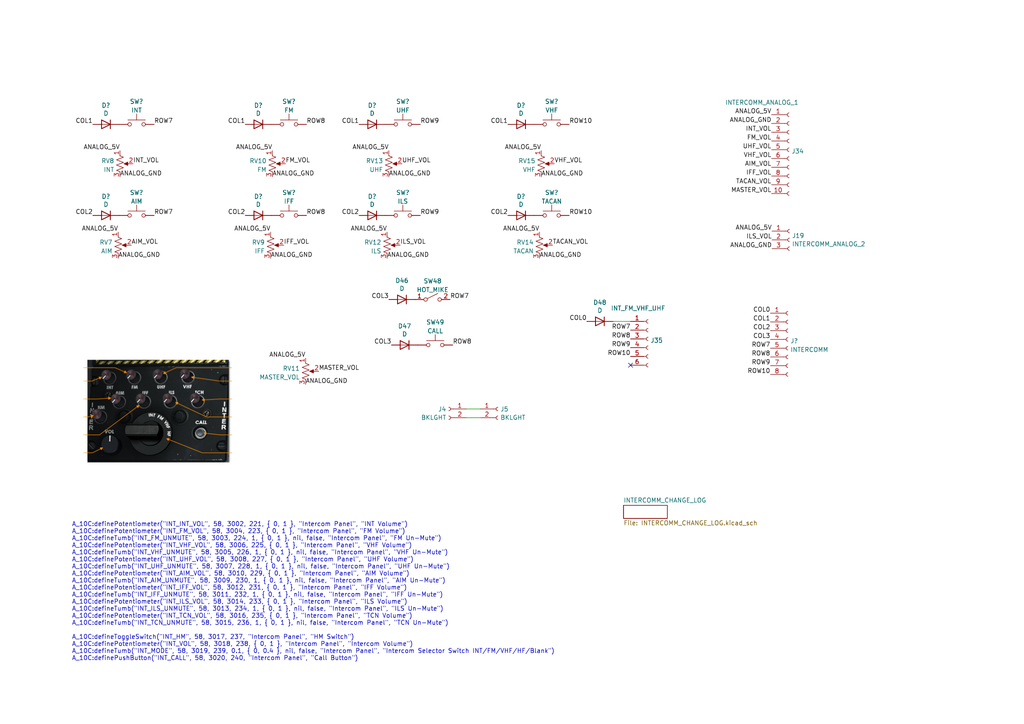
<source format=kicad_sch>
(kicad_sch (version 20230121) (generator eeschema)
  (paper "A4")
  (lib_symbols
    (symbol "Connector:Conn_01x02_Socket" (pin_names (offset 1.016) hide)
      (property "Reference" "J" (at 0 2.54 0))
      (property "Value" "Conn_01x02_Socket" (at 0 -5.08 0))
      (symbol "Conn_01x02_Socket_1_1"
        (arc (start 0 -2.032) (mid -0.5058 -2.54) (end 0 -3.048) (stroke (width 0.1524)))
        (polyline (pts (xy -1.27 -2.54) (xy -0.508 -2.54)) (stroke (width 0.1524)))
        (polyline (pts (xy -1.27 0) (xy -0.508 0)) (stroke (width 0.1524)))
        (arc (start 0 0.508) (mid -0.5058 0) (end 0 -0.508) (stroke (width 0.1524)))
        (pin passive line (at -5.08 0 0) (length 3.81) (name "Pin_1") (number "1"))
        (pin passive line (at -5.08 -2.54 0) (length 3.81) (name "Pin_2") (number "2"))
      )
    )
    (symbol "Connector:Conn_01x03_Socket" (pin_names (offset 1.016) hide)
      (property "Reference" "J" (at 0 5.08 0))
      (property "Value" "Conn_01x03_Socket" (at 0 -5.08 0))
      (symbol "Conn_01x03_Socket_1_1"
        (arc (start 0 -2.032) (mid -0.5058 -2.54) (end 0 -3.048) (stroke (width 0.1524)))
        (polyline (pts (xy -1.27 -2.54) (xy -0.508 -2.54)) (stroke (width 0.1524)))
        (polyline (pts (xy -1.27 0) (xy -0.508 0)) (stroke (width 0.1524)))
        (polyline (pts (xy -1.27 2.54) (xy -0.508 2.54)) (stroke (width 0.1524)))
        (arc (start 0 0.508) (mid -0.5058 0) (end 0 -0.508) (stroke (width 0.1524)))
        (arc (start 0 3.048) (mid -0.5058 2.54) (end 0 2.032) (stroke (width 0.1524)))
        (pin passive line (at -5.08 2.54 0) (length 3.81) (name "Pin_1") (number "1"))
        (pin passive line (at -5.08 0 0) (length 3.81) (name "Pin_2") (number "2"))
        (pin passive line (at -5.08 -2.54 0) (length 3.81) (name "Pin_3") (number "3"))
      )
    )
    (symbol "Connector:Conn_01x06_Female" (pin_names (offset 1.016) hide)
      (property "Reference" "J" (at 0 7.62 0))
      (property "Value" "Conn_01x06_Female" (at 0 -10.16 0))
      (symbol "Conn_01x06_Female_1_1"
        (arc (start 0 -7.112) (mid -0.5058 -7.62) (end 0 -8.128) (stroke (width 0.1524)))
        (arc (start 0 -4.572) (mid -0.5058 -5.08) (end 0 -5.588) (stroke (width 0.1524)))
        (arc (start 0 -2.032) (mid -0.5058 -2.54) (end 0 -3.048) (stroke (width 0.1524)))
        (polyline (pts (xy -1.27 -7.62) (xy -0.508 -7.62)) (stroke (width 0.1524)))
        (polyline (pts (xy -1.27 -5.08) (xy -0.508 -5.08)) (stroke (width 0.1524)))
        (polyline (pts (xy -1.27 -2.54) (xy -0.508 -2.54)) (stroke (width 0.1524)))
        (polyline (pts (xy -1.27 0) (xy -0.508 0)) (stroke (width 0.1524)))
        (polyline (pts (xy -1.27 2.54) (xy -0.508 2.54)) (stroke (width 0.1524)))
        (polyline (pts (xy -1.27 5.08) (xy -0.508 5.08)) (stroke (width 0.1524)))
        (arc (start 0 0.508) (mid -0.5058 0) (end 0 -0.508) (stroke (width 0.1524)))
        (arc (start 0 3.048) (mid -0.5058 2.54) (end 0 2.032) (stroke (width 0.1524)))
        (arc (start 0 5.588) (mid -0.5058 5.08) (end 0 4.572) (stroke (width 0.1524)))
        (pin passive line (at -5.08 5.08 0) (length 3.81) (name "Pin_1") (number "1"))
        (pin passive line (at -5.08 2.54 0) (length 3.81) (name "Pin_2") (number "2"))
        (pin passive line (at -5.08 0 0) (length 3.81) (name "Pin_3") (number "3"))
        (pin passive line (at -5.08 -2.54 0) (length 3.81) (name "Pin_4") (number "4"))
        (pin passive line (at -5.08 -5.08 0) (length 3.81) (name "Pin_5") (number "5"))
        (pin passive line (at -5.08 -7.62 0) (length 3.81) (name "Pin_6") (number "6"))
      )
    )
    (symbol "Connector:Conn_01x08_Female" (pin_names (offset 1.016) hide)
      (property "Reference" "J" (at 0 10.16 0))
      (property "Value" "Conn_01x08_Female" (at 0 -12.7 0))
      (symbol "Conn_01x08_Female_1_1"
        (arc (start 0 -9.652) (mid -0.5058 -10.16) (end 0 -10.668) (stroke (width 0.1524)))
        (arc (start 0 -7.112) (mid -0.5058 -7.62) (end 0 -8.128) (stroke (width 0.1524)))
        (arc (start 0 -4.572) (mid -0.5058 -5.08) (end 0 -5.588) (stroke (width 0.1524)))
        (arc (start 0 -2.032) (mid -0.5058 -2.54) (end 0 -3.048) (stroke (width 0.1524)))
        (polyline (pts (xy -1.27 -10.16) (xy -0.508 -10.16)) (stroke (width 0.1524)))
        (polyline (pts (xy -1.27 -7.62) (xy -0.508 -7.62)) (stroke (width 0.1524)))
        (polyline (pts (xy -1.27 -5.08) (xy -0.508 -5.08)) (stroke (width 0.1524)))
        (polyline (pts (xy -1.27 -2.54) (xy -0.508 -2.54)) (stroke (width 0.1524)))
        (polyline (pts (xy -1.27 0) (xy -0.508 0)) (stroke (width 0.1524)))
        (polyline (pts (xy -1.27 2.54) (xy -0.508 2.54)) (stroke (width 0.1524)))
        (polyline (pts (xy -1.27 5.08) (xy -0.508 5.08)) (stroke (width 0.1524)))
        (polyline (pts (xy -1.27 7.62) (xy -0.508 7.62)) (stroke (width 0.1524)))
        (arc (start 0 0.508) (mid -0.5058 0) (end 0 -0.508) (stroke (width 0.1524)))
        (arc (start 0 3.048) (mid -0.5058 2.54) (end 0 2.032) (stroke (width 0.1524)))
        (arc (start 0 5.588) (mid -0.5058 5.08) (end 0 4.572) (stroke (width 0.1524)))
        (arc (start 0 8.128) (mid -0.5058 7.62) (end 0 7.112) (stroke (width 0.1524)))
        (pin passive line (at -5.08 7.62 0) (length 3.81) (name "Pin_1") (number "1"))
        (pin passive line (at -5.08 5.08 0) (length 3.81) (name "Pin_2") (number "2"))
        (pin passive line (at -5.08 2.54 0) (length 3.81) (name "Pin_3") (number "3"))
        (pin passive line (at -5.08 0 0) (length 3.81) (name "Pin_4") (number "4"))
        (pin passive line (at -5.08 -2.54 0) (length 3.81) (name "Pin_5") (number "5"))
        (pin passive line (at -5.08 -5.08 0) (length 3.81) (name "Pin_6") (number "6"))
        (pin passive line (at -5.08 -7.62 0) (length 3.81) (name "Pin_7") (number "7"))
        (pin passive line (at -5.08 -10.16 0) (length 3.81) (name "Pin_8") (number "8"))
      )
    )
    (symbol "Connector:Conn_01x10_Female" (pin_names (offset 1.016) hide)
      (property "Reference" "J" (at 0 12.7 0))
      (property "Value" "Conn_01x10_Female" (at 0 -15.24 0))
      (symbol "Conn_01x10_Female_1_1"
        (arc (start 0 -12.192) (mid -0.5058 -12.7) (end 0 -13.208) (stroke (width 0.1524)))
        (arc (start 0 -9.652) (mid -0.5058 -10.16) (end 0 -10.668) (stroke (width 0.1524)))
        (arc (start 0 -7.112) (mid -0.5058 -7.62) (end 0 -8.128) (stroke (width 0.1524)))
        (arc (start 0 -4.572) (mid -0.5058 -5.08) (end 0 -5.588) (stroke (width 0.1524)))
        (arc (start 0 -2.032) (mid -0.5058 -2.54) (end 0 -3.048) (stroke (width 0.1524)))
        (polyline (pts (xy -1.27 -12.7) (xy -0.508 -12.7)) (stroke (width 0.1524)))
        (polyline (pts (xy -1.27 -10.16) (xy -0.508 -10.16)) (stroke (width 0.1524)))
        (polyline (pts (xy -1.27 -7.62) (xy -0.508 -7.62)) (stroke (width 0.1524)))
        (polyline (pts (xy -1.27 -5.08) (xy -0.508 -5.08)) (stroke (width 0.1524)))
        (polyline (pts (xy -1.27 -2.54) (xy -0.508 -2.54)) (stroke (width 0.1524)))
        (polyline (pts (xy -1.27 0) (xy -0.508 0)) (stroke (width 0.1524)))
        (polyline (pts (xy -1.27 2.54) (xy -0.508 2.54)) (stroke (width 0.1524)))
        (polyline (pts (xy -1.27 5.08) (xy -0.508 5.08)) (stroke (width 0.1524)))
        (polyline (pts (xy -1.27 7.62) (xy -0.508 7.62)) (stroke (width 0.1524)))
        (polyline (pts (xy -1.27 10.16) (xy -0.508 10.16)) (stroke (width 0.1524)))
        (arc (start 0 0.508) (mid -0.5058 0) (end 0 -0.508) (stroke (width 0.1524)))
        (arc (start 0 3.048) (mid -0.5058 2.54) (end 0 2.032) (stroke (width 0.1524)))
        (arc (start 0 5.588) (mid -0.5058 5.08) (end 0 4.572) (stroke (width 0.1524)))
        (arc (start 0 8.128) (mid -0.5058 7.62) (end 0 7.112) (stroke (width 0.1524)))
        (arc (start 0 10.668) (mid -0.5058 10.16) (end 0 9.652) (stroke (width 0.1524)))
        (pin passive line (at -5.08 10.16 0) (length 3.81) (name "Pin_1") (number "1"))
        (pin passive line (at -5.08 -12.7 0) (length 3.81) (name "Pin_10") (number "10"))
        (pin passive line (at -5.08 7.62 0) (length 3.81) (name "Pin_2") (number "2"))
        (pin passive line (at -5.08 5.08 0) (length 3.81) (name "Pin_3") (number "3"))
        (pin passive line (at -5.08 2.54 0) (length 3.81) (name "Pin_4") (number "4"))
        (pin passive line (at -5.08 0 0) (length 3.81) (name "Pin_5") (number "5"))
        (pin passive line (at -5.08 -2.54 0) (length 3.81) (name "Pin_6") (number "6"))
        (pin passive line (at -5.08 -5.08 0) (length 3.81) (name "Pin_7") (number "7"))
        (pin passive line (at -5.08 -7.62 0) (length 3.81) (name "Pin_8") (number "8"))
        (pin passive line (at -5.08 -10.16 0) (length 3.81) (name "Pin_9") (number "9"))
      )
    )
    (symbol "Device:D" (pin_numbers hide) (pin_names (offset 1.016) hide)
      (property "Reference" "D" (at 0 2.54 0))
      (property "Value" "D" (at 0 -2.54 0))
      (symbol "D_0_1"
        (polyline (pts (xy -1.27 1.27) (xy -1.27 -1.27)) (stroke (width 0.254)))
        (polyline (pts (xy 1.27 0) (xy -1.27 0)))
        (polyline (pts (xy 1.27 1.27) (xy 1.27 -1.27) (xy -1.27 0) (xy 1.27 1.27)) (stroke (width 0.254)))
      )
      (symbol "D_1_1"
        (pin passive line (at -3.81 0 0) (length 2.54) (name "K") (number "1"))
        (pin passive line (at 3.81 0 180) (length 2.54) (name "A") (number "2"))
      )
    )
    (symbol "Device:R_Potentiometer_US" (pin_names (offset 1.016) hide)
      (property "Reference" "RV" (at -4.445 0 90))
      (property "Value" "R_Potentiometer_US" (at -2.54 0 90))
      (symbol "R_Potentiometer_US_0_1"
        (polyline (pts (xy 0 -2.286) (xy 0 -2.54)))
        (polyline (pts (xy 0 2.54) (xy 0 2.286)))
        (polyline (pts (xy 2.54 0) (xy 1.524 0)))
        (polyline (pts (xy 1.143 0) (xy 2.286 0.508) (xy 2.286 -0.508) (xy 1.143 0)) (fill (type outline)))
        (polyline (pts (xy 0 -0.762) (xy 1.016 -1.143) (xy 0 -1.524) (xy -1.016 -1.905) (xy 0 -2.286)))
        (polyline (pts (xy 0 0.762) (xy 1.016 0.381) (xy 0 0) (xy -1.016 -0.381) (xy 0 -0.762)))
        (polyline (pts (xy 0 2.286) (xy 1.016 1.905) (xy 0 1.524) (xy -1.016 1.143) (xy 0 0.762)))
      )
      (symbol "R_Potentiometer_US_1_1"
        (pin passive line (at 0 3.81 270) (length 1.27) (name "1") (number "1"))
        (pin passive line (at 3.81 0 180) (length 1.27) (name "2") (number "2"))
        (pin passive line (at 0 -3.81 90) (length 1.27) (name "3") (number "3"))
      )
    )
    (symbol "Switch:SW_Push" (pin_numbers hide) (pin_names (offset 1.016) hide)
      (property "Reference" "SW" (at 1.27 2.54 0))
      (property "Value" "SW_Push" (at 0 -1.524 0))
      (symbol "SW_Push_0_1"
        (circle (center -2.032 0) (radius 0.508))
        (polyline (pts (xy 0 1.27) (xy 0 3.048)))
        (polyline (pts (xy 2.54 1.27) (xy -2.54 1.27)))
        (circle (center 2.032 0) (radius 0.508))
        (pin passive line (at -5.08 0 0) (length 2.54) (name "1") (number "1"))
        (pin passive line (at 5.08 0 180) (length 2.54) (name "2") (number "2"))
      )
    )
    (symbol "Switch:SW_SPST" (pin_names (offset 0) hide)
      (property "Reference" "SW" (at 0 3.175 0))
      (property "Value" "SW_SPST" (at 0 -2.54 0))
      (symbol "SW_SPST_0_0"
        (circle (center -2.032 0) (radius 0.508))
        (polyline (pts (xy -1.524 0.254) (xy 1.524 1.778)))
        (circle (center 2.032 0) (radius 0.508))
      )
      (symbol "SW_SPST_1_1"
        (pin passive line (at -5.08 0 0) (length 2.54) (name "A") (number "1"))
        (pin passive line (at 5.08 0 180) (length 2.54) (name "B") (number "2"))
      )
    )
  )
  (no_connect (at 182.88 105.918))
  (wire (pts (xy 177.8 93.218) (xy 182.88 93.218)))
  (wire (pts (xy 135.255 118.618) (xy 139.319 118.618)))
  (wire (pts (xy 135.255 121.158) (xy 139.319 121.158)))
  (image (at 45.72 118.872) (scale 1.70514))
  (text "A_10C:definePotentiometer(\"INT_INT_VOL\", 58, 3002, 221, { 0, 1 }, \"Intercom Panel\", \"INT Volume\")\nA_10C:definePotentiometer(\"INT_FM_VOL\", 58, 3004, 223, { 0, 1 }, \"Intercom Panel\", \"FM Volume\")\nA_10C:defineTumb(\"INT_FM_UNMUTE\", 58, 3003, 224, 1, { 0, 1 }, nil, false, \"Intercom Panel\", \"FM Un-Mute\")\nA_10C:definePotentiometer(\"INT_VHF_VOL\", 58, 3006, 225, { 0, 1 }, \"Intercom Panel\", \"VHF Volume\")\nA_10C:defineTumb(\"INT_VHF_UNMUTE\", 58, 3005, 226, 1, { 0, 1 }, nil, false, \"Intercom Panel\", \"VHF Un-Mute\")\nA_10C:definePotentiometer(\"INT_UHF_VOL\", 58, 3008, 227, { 0, 1 }, \"Intercom Panel\", \"UHF Volume\")\nA_10C:defineTumb(\"INT_UHF_UNMUTE\", 58, 3007, 228, 1, { 0, 1 }, nil, false, \"Intercom Panel\", \"UHF Un-Mute\")\nA_10C:definePotentiometer(\"INT_AIM_VOL\", 58, 3010, 229, { 0, 1 }, \"Intercom Panel\", \"AIM Volume\")\nA_10C:defineTumb(\"INT_AIM_UNMUTE\", 58, 3009, 230, 1, { 0, 1 }, nil, false, \"Intercom Panel\", \"AIM Un-Mute\")\nA_10C:definePotentiometer(\"INT_IFF_VOL\", 58, 3012, 231, { 0, 1 }, \"Intercom Panel\", \"IFF Volume\")\nA_10C:defineTumb(\"INT_IFF_UNMUTE\", 58, 3011, 232, 1, { 0, 1 }, nil, false, \"Intercom Panel\", \"IFF Un-Mute\")\nA_10C:definePotentiometer(\"INT_ILS_VOL\", 58, 3014, 233, { 0, 1 }, \"Intercom Panel\", \"ILS Volume\")\nA_10C:defineTumb(\"INT_ILS_UNMUTE\", 58, 3013, 234, 1, { 0, 1 }, nil, false, \"Intercom Panel\", \"ILS Un-Mute\")\nA_10C:definePotentiometer(\"INT_TCN_VOL\", 58, 3016, 235, { 0, 1 }, \"Intercom Panel\", \"TCN Volume\")\nA_10C:defineTumb(\"INT_TCN_UNMUTE\", 58, 3015, 236, 1, { 0, 1 }, nil, false, \"Intercom Panel\", \"TCN Un-Mute\")\n\nA_10C:defineToggleSwitch(\"INT_HM\", 58, 3017, 237, \"Intercom Panel\", \"HM Switch\")\nA_10C:definePotentiometer(\"INT_VOL\", 58, 3018, 238, { 0, 1 }, \"Intercom Panel\", \"Intercom Volume\")\nA_10C:defineTumb(\"INT_MODE\", 58, 3019, 239, 0.1, { 0, 0.4 }, nil, false, \"Intercom Panel\", \"Intercom Selector Switch INT/FM/VHF/HF/Blank\")\nA_10C:definePushButton(\"INT_CALL\", 58, 3020, 240, \"Intercom Panel\", \"Call Button\")\n" (at 20.828 191.77 0) (effects (font (size 1.27 1.27)) (justify left bottom)))
  (label "COL3" (at 113.538 100.076 180))
  (label "FM_VOL" (at 82.804 47.498 0))
  (label "ROW9" (at 182.88 100.838 180))
  (label "ANALOG_GND" (at 223.901 72.1106 180))
  (label "ROW7" (at 130.556 86.868 0))
  (label "COL1" (at 71.12 36.068 180))
  (label "ROW10" (at 223.4438 108.6104 180))
  (label "TACAN_VOL" (at 223.774 53.594 180))
  (label "VHF_VOL" (at 160.782 47.498 0))
  (label "ROW9" (at 121.92 62.484 0))
  (label "ROW10" (at 165.1 36.068 0))
  (label "ANALOG_GND" (at 78.994 51.308 0))
  (label "ANALOG_5V" (at 88.646 103.886 180))
  (label "ANALOG_GND" (at 34.29 74.93 0))
  (label "INT_VOL" (at 38.608 47.498 0))
  (label "ANALOG_5V" (at 34.798 43.688 180))
  (label "ANALOG_GND" (at 156.972 51.308 0))
  (label "ROW7" (at 44.704 36.068 0))
  (label "MASTER_VOL" (at 223.774 56.134 180))
  (label "ROW8" (at 182.88 98.298 180))
  (label "COL3" (at 112.776 86.868 180))
  (label "ANALOG_5V" (at 112.268 67.31 180))
  (label "ANALOG_GND" (at 34.798 51.308 0))
  (label "ANALOG_GND" (at 156.464 74.93 0))
  (label "COL1" (at 147.32 36.068 180))
  (label "ANALOG_5V" (at 223.774 33.274 180))
  (label "MASTER_VOL" (at 92.456 107.696 0))
  (label "ANALOG_5V" (at 34.29 67.31 180))
  (label "ANALOG_5V" (at 156.972 43.688 180))
  (label "COL2" (at 26.924 62.484 180))
  (label "ROW8" (at 88.9 62.484 0))
  (label "COL2" (at 104.14 62.484 180))
  (label "COL2" (at 71.12 62.484 180))
  (label "INT_VOL" (at 223.774 38.354 180))
  (label "ANALOG_5V" (at 223.901 67.0306 180))
  (label "TACAN_VOL" (at 160.274 71.12 0))
  (label "AIM_VOL" (at 223.774 48.514 180))
  (label "IFF_VOL" (at 82.296 71.12 0))
  (label "COL1" (at 223.4438 93.3704 180))
  (label "COL2" (at 147.32 62.484 180))
  (label "ANALOG_5V" (at 78.994 43.688 180))
  (label "ANALOG_GND" (at 88.646 111.506 0))
  (label "ANALOG_5V" (at 112.776 43.688 180))
  (label "ROW9" (at 223.4438 106.0704 180))
  (label "COL3" (at 223.4438 98.4504 180))
  (label "ANALOG_5V" (at 156.464 67.31 180))
  (label "COL0" (at 170.18 93.218 180))
  (label "ANALOG_GND" (at 78.486 74.93 0))
  (label "AIM_VOL" (at 38.1 71.12 0))
  (label "ANALOG_GND" (at 223.774 35.814 180))
  (label "FM_VOL" (at 223.774 40.894 180))
  (label "ROW10" (at 182.88 103.378 180))
  (label "ROW8" (at 88.9 36.068 0))
  (label "ROW9" (at 121.92 36.068 0))
  (label "IFF_VOL" (at 223.774 51.054 180))
  (label "ROW7" (at 182.88 95.758 180))
  (label "ROW10" (at 165.1 62.484 0))
  (label "ROW7" (at 44.704 62.484 0))
  (label "ILS_VOL" (at 116.078 71.12 0))
  (label "ROW7" (at 223.4438 100.9904 180))
  (label "ROW8" (at 223.4438 103.5304 180))
  (label "VHF_VOL" (at 223.774 45.974 180))
  (label "UHF_VOL" (at 116.586 47.498 0))
  (label "ANALOG_GND" (at 112.268 74.93 0))
  (label "COL0" (at 223.4438 90.8304 180))
  (label "COL1" (at 104.14 36.068 180))
  (label "COL2" (at 223.4438 95.9104 180))
  (label "ANALOG_GND" (at 112.776 51.308 0))
  (label "ILS_VOL" (at 223.901 69.5706 180))
  (label "ANALOG_5V" (at 78.486 67.31 180))
  (label "UHF_VOL" (at 223.774 43.434 180))
  (label "ROW8" (at 131.318 100.076 0))
  (label "COL1" (at 26.924 36.068 180))
  (symbol (lib_id "Switch:SW_Push") (at 39.624 62.484 0) (unit 1)
    (property "Reference" "SW?" (at 39.624 55.8632 0))
    (property "Value" "AIM" (at 39.624 58.4001 0))
    (property "Footprint" "Connector_Molex:Molex_KK-254_AE-6410-02A_1x02_P2.54mm_Vertical" (effects hide))
  )
  (symbol (lib_id "Device:R_Potentiometer_US") (at 88.646 107.696 0) (unit 1)
    (property "Reference" "RV11" (at 86.995 106.8613 0) (effects (justify right)))
    (property "Value" "MASTER_VOL" (at 86.995 109.3982 0) (effects (justify right)))
  )
  (symbol (lib_id "Switch:SW_Push") (at 83.82 36.068 0) (unit 1)
    (property "Reference" "SW?" (at 83.82 29.4472 0))
    (property "Value" "FM" (at 83.82 31.9841 0))
    (property "Footprint" "Connector_Molex:Molex_KK-254_AE-6410-02A_1x02_P2.54mm_Vertical" (effects hide))
  )
  (symbol (lib_id "Switch:SW_Push") (at 160.02 62.484 0) (unit 1)
    (property "Reference" "SW?" (at 160.02 55.8632 0))
    (property "Value" "TACAN" (at 160.02 58.4001 0))
    (property "Footprint" "Connector_Molex:Molex_KK-254_AE-6410-02A_1x02_P2.54mm_Vertical" (effects hide))
  )
  (symbol (lib_id "Connector:Conn_01x02_Socket") (at 130.175 118.618 0) (mirror y) (unit 1)
    (property "Reference" "J4" (at 129.4638 118.6759 0) (effects (justify left)))
    (property "Value" "BKLGHT" (at 129.4638 121.1001 0) (effects (justify left)))
    (property "Footprint" "Connector_Molex:Molex_KK-254_AE-6410-02A_1x02_P2.54mm_Vertical" (effects hide))
    (instances (project "VHF-AM" (path "" (reference "J4") (unit 1))) (project "Left Console Overview" (path "" (reference "J38") (unit 1)) (path "" (reference "J42") (unit 1)) (path "" (reference "J45") (unit 1))))
  )
  (symbol (lib_id "Switch:SW_SPST") (at 125.476 86.868 0) (unit 1)
    (property "Reference" "SW48" (at 125.476 81.5172 0))
    (property "Value" "HOT_MIKE" (at 125.476 84.0541 0))
  )
  (symbol (lib_id "Device:R_Potentiometer_US") (at 156.464 71.12 0) (unit 1)
    (property "Reference" "RV14" (at 154.813 70.2853 0) (effects (justify right)))
    (property "Value" "TACAN" (at 154.813 72.8222 0) (effects (justify right)))
  )
  (symbol (lib_id "Device:R_Potentiometer_US") (at 156.972 47.498 0) (unit 1)
    (property "Reference" "RV15" (at 155.321 46.6633 0) (effects (justify right)))
    (property "Value" "VHF" (at 155.321 49.2002 0) (effects (justify right)))
  )
  (symbol (lib_id "Switch:SW_Push") (at 116.84 62.484 0) (unit 1)
    (property "Reference" "SW?" (at 116.84 55.8632 0))
    (property "Value" "ILS" (at 116.84 58.4001 0))
    (property "Footprint" "Connector_Molex:Molex_KK-254_AE-6410-02A_1x02_P2.54mm_Vertical" (effects hide))
  )
  (symbol (lib_id "Device:R_Potentiometer_US") (at 34.798 47.498 0) (unit 1)
    (property "Reference" "RV8" (at 33.1471 46.6633 0) (effects (justify right)))
    (property "Value" "INT" (at 33.1471 49.2002 0) (effects (justify right)))
  )
  (symbol (lib_id "Connector:Conn_01x02_Socket") (at 144.399 118.618 0) (unit 1)
    (property "Reference" "J5" (at 145.1102 118.6759 0) (effects (justify left)))
    (property "Value" "BKLGHT" (at 145.1102 121.1001 0) (effects (justify left)))
    (property "Footprint" "Connector_Molex:Molex_KK-254_AE-6410-02A_1x02_P2.54mm_Vertical" (effects hide))
    (instances (project "VHF-AM" (path "" (reference "J5") (unit 1))) (project "Left Console Overview" (path "" (reference "J39") (unit 1)) (path "" (reference "J43") (unit 1)) (path "" (reference "J46") (unit 1))))
  )
  (symbol (lib_id "Device:D") (at 117.348 100.076 0) (mirror y) (unit 1)
    (property "Reference" "D47" (at 117.348 94.5896 0))
    (property "Value" "D" (at 117.348 96.901 0))
    (property "Footprint" "Diode_THT:D_A-405_P7.62mm_Horizontal" (effects hide))
  )
  (symbol (lib_id "Device:D") (at 107.95 36.068 0) (mirror y) (unit 1)
    (property "Reference" "D?" (at 107.95 30.5816 0))
    (property "Value" "D" (at 107.95 32.893 0))
    (property "Footprint" "Diode_THT:D_A-405_P7.62mm_Horizontal" (effects hide))
  )
  (symbol (lib_id "Device:D") (at 107.95 62.484 0) (mirror y) (unit 1)
    (property "Reference" "D?" (at 107.95 56.9976 0))
    (property "Value" "D" (at 107.95 59.309 0))
    (property "Footprint" "Diode_THT:D_A-405_P7.62mm_Horizontal" (effects hide))
  )
  (symbol (lib_id "Switch:SW_Push") (at 126.238 100.076 0) (unit 1)
    (property "Reference" "SW49" (at 126.238 93.4552 0))
    (property "Value" "CALL" (at 126.238 95.9921 0))
    (property "Footprint" "Connector_Molex:Molex_KK-254_AE-6410-02A_1x02_P2.54mm_Vertical" (effects hide))
  )
  (symbol (lib_id "Device:R_Potentiometer_US") (at 78.994 47.498 0) (unit 1)
    (property "Reference" "RV10" (at 77.3431 46.6633 0) (effects (justify right)))
    (property "Value" "FM" (at 77.3431 49.2002 0) (effects (justify right)))
  )
  (symbol (lib_id "Switch:SW_Push") (at 83.82 62.484 0) (unit 1)
    (property "Reference" "SW?" (at 83.82 55.8632 0))
    (property "Value" "IFF" (at 83.82 58.4001 0))
    (property "Footprint" "Connector_Molex:Molex_KK-254_AE-6410-02A_1x02_P2.54mm_Vertical" (effects hide))
  )
  (symbol (lib_id "Device:D") (at 30.734 62.484 0) (mirror y) (unit 1)
    (property "Reference" "D?" (at 30.734 56.9976 0))
    (property "Value" "D" (at 30.734 59.309 0))
    (property "Footprint" "Diode_THT:D_A-405_P7.62mm_Horizontal" (effects hide))
  )
  (symbol (lib_id "Device:R_Potentiometer_US") (at 78.486 71.12 0) (unit 1)
    (property "Reference" "RV9" (at 76.8351 70.2853 0) (effects (justify right)))
    (property "Value" "IFF" (at 76.8351 72.8222 0) (effects (justify right)))
  )
  (symbol (lib_id "Device:D") (at 74.93 36.068 0) (mirror y) (unit 1)
    (property "Reference" "D?" (at 74.93 30.5816 0))
    (property "Value" "D" (at 74.93 32.893 0))
    (property "Footprint" "Diode_THT:D_A-405_P7.62mm_Horizontal" (effects hide))
  )
  (symbol (lib_id "Switch:SW_Push") (at 116.84 36.068 0) (unit 1)
    (property "Reference" "SW?" (at 116.84 29.4472 0))
    (property "Value" "UHF" (at 116.84 31.9841 0))
    (property "Footprint" "Connector_Molex:Molex_KK-254_AE-6410-02A_1x02_P2.54mm_Vertical" (effects hide))
  )
  (symbol (lib_id "Device:D") (at 30.734 36.068 0) (mirror y) (unit 1)
    (property "Reference" "D?" (at 30.734 30.5816 0))
    (property "Value" "D" (at 30.734 32.893 0))
    (property "Footprint" "Diode_THT:D_A-405_P7.62mm_Horizontal" (effects hide))
  )
  (symbol (lib_id "Device:R_Potentiometer_US") (at 112.776 47.498 0) (unit 1)
    (property "Reference" "RV13" (at 111.1251 46.6633 0) (effects (justify right)))
    (property "Value" "UHF" (at 111.1251 49.2002 0) (effects (justify right)))
  )
  (symbol (lib_id "Device:R_Potentiometer_US") (at 34.29 71.12 0) (unit 1)
    (property "Reference" "RV7" (at 32.6391 70.2853 0) (effects (justify right)))
    (property "Value" "AIM" (at 32.6391 72.8222 0) (effects (justify right)))
  )
  (symbol (lib_id "Connector:Conn_01x08_Female") (at 228.5238 98.4504 0) (unit 1)
    (property "Reference" "J?" (at 229.235 98.8857 0) (effects (justify left)))
    (property "Value" "INTERCOMM" (at 229.235 101.4226 0) (effects (justify left)))
  )
  (symbol (lib_id "Switch:SW_Push") (at 160.02 36.068 0) (unit 1)
    (property "Reference" "SW?" (at 160.02 29.4472 0))
    (property "Value" "VHF" (at 160.02 31.9841 0))
    (property "Footprint" "Connector_Molex:Molex_KK-254_AE-6410-02A_1x02_P2.54mm_Vertical" (effects hide))
  )
  (symbol (lib_id "Device:D") (at 151.13 36.068 0) (mirror y) (unit 1)
    (property "Reference" "D?" (at 151.13 30.5816 0))
    (property "Value" "D" (at 151.13 32.893 0))
    (property "Footprint" "Diode_THT:D_A-405_P7.62mm_Horizontal" (effects hide))
  )
  (symbol (lib_id "Device:R_Potentiometer_US") (at 112.268 71.12 0) (unit 1)
    (property "Reference" "RV12" (at 110.6171 70.2853 0) (effects (justify right)))
    (property "Value" "ILS" (at 110.6171 72.8222 0) (effects (justify right)))
  )
  (symbol (lib_id "Device:D") (at 173.99 93.218 0) (mirror y) (unit 1)
    (property "Reference" "D48" (at 173.99 87.7316 0))
    (property "Value" "D" (at 173.99 90.043 0))
    (property "Footprint" "Diode_THT:D_A-405_P7.62mm_Horizontal" (effects hide))
  )
  (symbol (lib_id "Connector:Conn_01x06_Female") (at 187.96 98.298 0) (unit 1)
    (property "Reference" "J35" (at 188.6712 98.7333 0) (effects (justify left)))
    (property "Value" "INT_FM_VHF_UHF" (at 177.165 89.408 0) (effects (justify left)))
    (property "Footprint" "Connector_Molex:Molex_KK-254_AE-6410-06A_1x06_P2.54mm_Vertical" (effects hide))
  )
  (symbol (lib_id "Connector:Conn_01x10_Female") (at 228.854 43.434 0) (unit 1)
    (property "Reference" "J34" (at 229.5652 43.8693 0) (effects (justify left)))
    (property "Value" "INTERCOMM_ANALOG_1" (at 210.312 29.718 0) (effects (justify left)))
    (property "Footprint" "Potentiometer_THT:Potentiometer_Alps_RK097_Single_Horizontal_Switch" (effects hide))
  )
  (symbol (lib_id "Switch:SW_Push") (at 39.624 36.068 0) (unit 1)
    (property "Reference" "SW?" (at 39.624 29.4472 0))
    (property "Value" "INT" (at 39.624 31.9841 0))
    (property "Footprint" "Connector_Molex:Molex_KK-254_AE-6410-02A_1x02_P2.54mm_Vertical" (effects hide))
  )
  (symbol (lib_id "Device:D") (at 74.93 62.484 0) (mirror y) (unit 1)
    (property "Reference" "D?" (at 74.93 56.9976 0))
    (property "Value" "D" (at 74.93 59.309 0))
    (property "Footprint" "Diode_THT:D_A-405_P7.62mm_Horizontal" (effects hide))
  )
  (symbol (lib_id "Connector:Conn_01x03_Socket") (at 228.981 69.5706 0) (unit 1)
    (property "Reference" "J19" (at 229.6922 68.3585 0) (effects (justify left)))
    (property "Value" "INTERCOMM_ANALOG_2" (at 229.6922 70.7827 0) (effects (justify left)))
  )
  (symbol (lib_id "Device:D") (at 116.586 86.868 0) (mirror y) (unit 1)
    (property "Reference" "D46" (at 116.586 81.3816 0))
    (property "Value" "D" (at 116.586 83.693 0))
    (property "Footprint" "PT_Library_v001:D_Signal_P7.62mm_Horizontal" (effects hide))
  )
  (symbol (lib_id "Device:D") (at 151.13 62.484 0) (mirror y) (unit 1)
    (property "Reference" "D?" (at 151.13 56.9976 0))
    (property "Value" "D" (at 151.13 59.309 0))
    (property "Footprint" "Diode_THT:D_A-405_P7.62mm_Horizontal" (effects hide))
  )
  (sheet (at 180.848 146.558) (size 12.7 3.81) (stroke (width 0.1524))
    (property "Sheetname" "INTERCOMM_CHANGE_LOG" (at 180.848 145.8464 0) (effects (justify left bottom)))
    (property "Sheetfile" "INTERCOMM_CHANGE_LOG.kicad_sch" (at 180.848 150.9526 0) (effects (justify left top)))
  )
)
</source>
